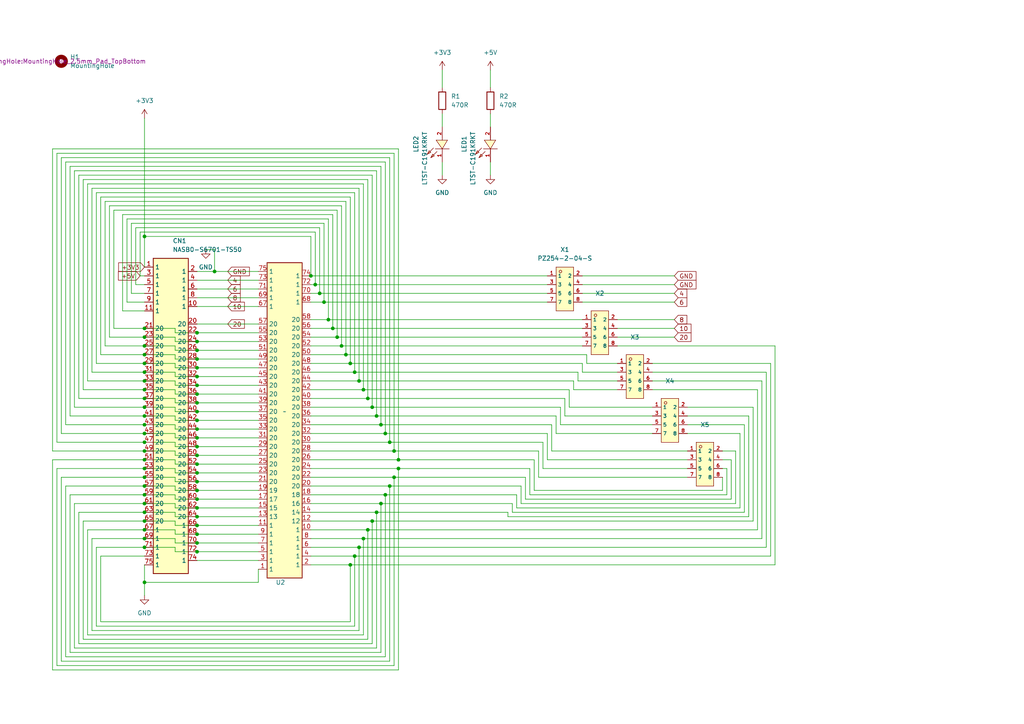
<source format=kicad_sch>
(kicad_sch (version 20230121) (generator eeschema)
  (paper "A4")
  (lib_symbols
    (symbol "Device:R" (pin_numbers hide) (pin_names (offset 0))
      (property "Reference" "R" (at 2.032 0 90))
      (property "Value" "R" (at 0 0 90))
      (symbol "R_0_1"
        (rectangle (start -1.016 -2.54) (end 1.016 2.54) (stroke (width 0.254)))
      )
      (symbol "R_1_1"
        (pin passive line (at 0 3.81 270) (length 1.27) (name "~") (number "1"))
        (pin passive line (at 0 -3.81 90) (length 1.27) (name "~") (number "2"))
      )
    )
    (symbol "JLC:LTST-C191KRKT" (pin_names hide)
      (property "Reference" "LED" (at 0 1.27 0))
      (property "Value" "LTST-C191KRKT" (at 0 -2.54 0))
      (symbol "LTST-C191KRKT_0_1"
        (polyline (pts (xy -2.032 1.524) (xy -3.81 3.302)))
        (polyline (pts (xy -1.27 2.032) (xy -1.27 -2.032)))
        (polyline (pts (xy -1.016 2.54) (xy -2.794 4.318)))
        (polyline (pts (xy -3.81 3.302) (xy -2.794 2.794) (xy -3.302 2.286) (xy -3.81 3.302)) (fill (type background)))
        (polyline (pts (xy -2.794 4.318) (xy -1.778 3.81) (xy -2.286 3.302) (xy -2.794 4.318)) (fill (type background)))
        (polyline (pts (xy 1.27 -1.524) (xy -1.27 0) (xy 1.27 1.778) (xy 1.27 -1.524)) (fill (type background)))
        (pin unspecified line (at -5.08 0 0) (length 3.81) (name "-") (number "1"))
        (pin unspecified line (at 5.08 0 180) (length 3.81) (name "+") (number "2"))
      )
    )
    (symbol "JLC:PZ254-2-04-S"
      (property "Reference" "H" (at 0 1.27 0))
      (property "Value" "PZ254-2-04-S" (at 0 -2.54 0))
      (symbol "PZ254-2-04-S_0_1"
        (rectangle (start -2.54 6.35) (end 2.54 -6.35) (fill (type background)))
        (circle (center -1.27 5.08) (radius 0.381) (fill (type background)))
        (pin unspecified line (at -5.08 3.81 0) (length 2.54) (name "1") (number "1"))
        (pin unspecified line (at 5.08 3.81 180) (length 2.54) (name "2") (number "2"))
        (pin unspecified line (at -5.08 1.27 0) (length 2.54) (name "3") (number "3"))
        (pin unspecified line (at 5.08 1.27 180) (length 2.54) (name "4") (number "4"))
        (pin unspecified line (at -5.08 -1.27 0) (length 2.54) (name "5") (number "5"))
        (pin unspecified line (at 5.08 -1.27 180) (length 2.54) (name "6") (number "6"))
        (pin unspecified line (at -5.08 -3.81 0) (length 2.54) (name "7") (number "7"))
        (pin unspecified line (at 5.08 -3.81 180) (length 2.54) (name "8") (number "8"))
      )
    )
    (symbol "JLC_parts:NASB0-S6701-TS50"
      (property "Reference" "CN" (at 0 1.27 0))
      (property "Value" "NASB0-S6701-TS50" (at 0 -2.54 0))
      (symbol "NASB0-S6701-TS50_0_1"
        (rectangle (start -3.81 48.26) (end 6.35 -43.18) (stroke (width 0.254)) (fill (type background)))
      )
      (symbol "NASB0-S6701-TS50_1_1"
        (pin input line (at -6.35 45.72 0) (length 2.54) (name "1") (number "1"))
        (pin input line (at 8.89 34.29 180) (length 2.54) (name "1") (number "10"))
        (pin input line (at -6.35 33.02 0) (length 2.54) (name "1") (number "11"))
        (pin input line (at 8.89 44.45 180) (length 2.54) (name "1") (number "2"))
        (pin input line (at 8.89 29.21 180) (length 2.54) (name "20") (number "20"))
        (pin input line (at -6.35 27.94 0) (length 2.54) (name "20") (number "21"))
        (pin input line (at 8.89 26.67 180) (length 2.54) (name "20") (number "22"))
        (pin input line (at -6.35 25.4 0) (length 2.54) (name "20") (number "23"))
        (pin input line (at 8.89 24.13 180) (length 2.54) (name "20") (number "24"))
        (pin input line (at -6.35 22.86 0) (length 2.54) (name "20") (number "25"))
        (pin input line (at 8.89 21.59 180) (length 2.54) (name "20") (number "26"))
        (pin input line (at -6.35 20.32 0) (length 2.54) (name "20") (number "27"))
        (pin input line (at 8.89 19.05 180) (length 2.54) (name "20") (number "28"))
        (pin input line (at -6.35 17.78 0) (length 2.54) (name "20") (number "29"))
        (pin input line (at -6.35 43.18 0) (length 2.54) (name "1") (number "3"))
        (pin input line (at 8.89 16.51 180) (length 2.54) (name "20") (number "30"))
        (pin input line (at -6.35 15.24 0) (length 2.54) (name "20") (number "31"))
        (pin input line (at 8.89 13.97 180) (length 2.54) (name "20") (number "32"))
        (pin input line (at -6.35 12.7 0) (length 2.54) (name "20") (number "33"))
        (pin input line (at 8.89 11.43 180) (length 2.54) (name "20") (number "34"))
        (pin input line (at -6.35 10.16 0) (length 2.54) (name "20") (number "35"))
        (pin input line (at 8.89 8.89 180) (length 2.54) (name "20") (number "36"))
        (pin input line (at -6.35 7.62 0) (length 2.54) (name "20") (number "37"))
        (pin input line (at 8.89 6.35 180) (length 2.54) (name "20") (number "38"))
        (pin input line (at -6.35 5.08 0) (length 2.54) (name "20") (number "39"))
        (pin input line (at 8.89 41.91 180) (length 2.54) (name "1") (number "4"))
        (pin input line (at 8.89 3.81 180) (length 2.54) (name "20") (number "40"))
        (pin input line (at -6.35 2.54 0) (length 2.54) (name "20") (number "41"))
        (pin input line (at 8.89 1.27 180) (length 2.54) (name "20") (number "42"))
        (pin input line (at -6.35 0 0) (length 2.54) (name "20") (number "43"))
        (pin input line (at 8.89 -1.27 180) (length 2.54) (name "20") (number "44"))
        (pin input line (at -6.35 -2.54 0) (length 2.54) (name "20") (number "45"))
        (pin input line (at 8.89 -3.81 180) (length 2.54) (name "20") (number "46"))
        (pin input line (at -6.35 -5.08 0) (length 2.54) (name "20") (number "47"))
        (pin input line (at 8.89 -6.35 180) (length 2.54) (name "20") (number "48"))
        (pin input line (at -6.35 -7.62 0) (length 2.54) (name "20") (number "49"))
        (pin input line (at -6.35 40.64 0) (length 2.54) (name "1") (number "5"))
        (pin input line (at 8.89 -8.89 180) (length 2.54) (name "20") (number "50"))
        (pin input line (at -6.35 -10.16 0) (length 2.54) (name "20") (number "51"))
        (pin input line (at 8.89 -11.43 180) (length 2.54) (name "20") (number "52"))
        (pin input line (at -6.35 -12.7 0) (length 2.54) (name "20") (number "53"))
        (pin input line (at 8.89 -13.97 180) (length 2.54) (name "20") (number "54"))
        (pin input line (at -6.35 -15.24 0) (length 2.54) (name "20") (number "55"))
        (pin input line (at 8.89 -16.51 180) (length 2.54) (name "20") (number "56"))
        (pin input line (at -6.35 -17.78 0) (length 2.54) (name "20") (number "57"))
        (pin input line (at 8.89 -19.05 180) (length 2.54) (name "20") (number "58"))
        (pin input line (at -6.35 -20.32 0) (length 2.54) (name "20") (number "59"))
        (pin input line (at 8.89 39.37 180) (length 2.54) (name "1") (number "6"))
        (pin input line (at 8.89 -21.59 180) (length 2.54) (name "20") (number "60"))
        (pin input line (at -6.35 -22.86 0) (length 2.54) (name "20") (number "61"))
        (pin input line (at 8.89 -24.13 180) (length 2.54) (name "20") (number "62"))
        (pin input line (at -6.35 -25.4 0) (length 2.54) (name "20") (number "63"))
        (pin input line (at 8.89 -26.67 180) (length 2.54) (name "20") (number "64"))
        (pin input line (at -6.35 -27.94 0) (length 2.54) (name "20") (number "65"))
        (pin input line (at 8.89 -29.21 180) (length 2.54) (name "1") (number "66"))
        (pin input line (at -6.35 -30.48 0) (length 2.54) (name "1") (number "67"))
        (pin input line (at 8.89 -31.75 180) (length 2.54) (name "1") (number "68"))
        (pin input line (at -6.35 -33.02 0) (length 2.54) (name "1") (number "69"))
        (pin input line (at -6.35 38.1 0) (length 2.54) (name "1") (number "7"))
        (pin input line (at 8.89 -34.29 180) (length 2.54) (name "1") (number "70"))
        (pin input line (at -6.35 -35.56 0) (length 2.54) (name "1") (number "71"))
        (pin input line (at 8.89 -36.83 180) (length 2.54) (name "1") (number "72"))
        (pin input line (at -6.35 -38.1 0) (length 2.54) (name "1") (number "73"))
        (pin input line (at 8.89 -39.37 180) (length 2.54) (name "1") (number "74"))
        (pin input line (at -6.35 -40.64 0) (length 2.54) (name "1") (number "75"))
        (pin input line (at 8.89 36.83 180) (length 2.54) (name "1") (number "8"))
        (pin input line (at -6.35 35.56 0) (length 2.54) (name "1") (number "9"))
      )
    )
    (symbol "JLC_parts:m.2_M_edge_fingers"
      (property "Reference" "U" (at 0 -7.62 0))
      (symbol "m.2_M_edge_fingers_0_1"
        (rectangle (start -5.08 48.26) (end 5.08 -43.18) (stroke (width 0.254)) (fill (type background)))
      )
      (symbol "m.2_M_edge_fingers_1_1"
        (pin input line (at -7.62 45.72 0) (length 2.54) (name "1") (number "1"))
        (pin input line (at 7.62 34.29 180) (length 2.54) (name "1") (number "10"))
        (pin input line (at -7.62 33.02 0) (length 2.54) (name "1") (number "11"))
        (pin input line (at 7.62 31.75 180) (length 2.54) (name "12") (number "12"))
        (pin input line (at -7.62 30.48 0) (length 2.54) (name "13") (number "13"))
        (pin input line (at 7.62 29.21 180) (length 2.54) (name "14") (number "14"))
        (pin input line (at -7.62 27.94 0) (length 2.54) (name "15") (number "15"))
        (pin input line (at 7.62 26.67 180) (length 2.54) (name "16") (number "16"))
        (pin input line (at -7.62 25.4 0) (length 2.54) (name "17") (number "17"))
        (pin input line (at 7.62 24.13 180) (length 2.54) (name "18") (number "18"))
        (pin input line (at -7.62 22.86 0) (length 2.54) (name "19") (number "19"))
        (pin input line (at 7.62 44.45 180) (length 2.54) (name "1") (number "2"))
        (pin input line (at 7.62 21.59 180) (length 2.54) (name "20") (number "20"))
        (pin input line (at -7.62 20.32 0) (length 2.54) (name "20") (number "21"))
        (pin input line (at 7.62 19.05 180) (length 2.54) (name "20") (number "22"))
        (pin input line (at -7.62 17.78 0) (length 2.54) (name "20") (number "23"))
        (pin input line (at 7.62 16.51 180) (length 2.54) (name "20") (number "24"))
        (pin input line (at -7.62 15.24 0) (length 2.54) (name "20") (number "25"))
        (pin input line (at 7.62 13.97 180) (length 2.54) (name "20") (number "26"))
        (pin input line (at -7.62 12.7 0) (length 2.54) (name "20") (number "27"))
        (pin input line (at 7.62 11.43 180) (length 2.54) (name "20") (number "28"))
        (pin input line (at -7.62 10.16 0) (length 2.54) (name "20") (number "29"))
        (pin input line (at -7.62 43.18 0) (length 2.54) (name "1") (number "3"))
        (pin input line (at 7.62 8.89 180) (length 2.54) (name "20") (number "30"))
        (pin input line (at -7.62 7.62 0) (length 2.54) (name "20") (number "31"))
        (pin input line (at 7.62 6.35 180) (length 2.54) (name "20") (number "32"))
        (pin input line (at -7.62 5.08 0) (length 2.54) (name "20") (number "33"))
        (pin input line (at 7.62 3.81 180) (length 2.54) (name "20") (number "34"))
        (pin input line (at -7.62 2.54 0) (length 2.54) (name "20") (number "35"))
        (pin input line (at 7.62 1.27 180) (length 2.54) (name "20") (number "36"))
        (pin input line (at -7.62 0 0) (length 2.54) (name "20") (number "37"))
        (pin input line (at 7.62 -1.27 180) (length 2.54) (name "20") (number "38"))
        (pin input line (at -7.62 -2.54 0) (length 2.54) (name "20") (number "39"))
        (pin input line (at 7.62 41.91 180) (length 2.54) (name "1") (number "4"))
        (pin input line (at 7.62 -3.81 180) (length 2.54) (name "20") (number "40"))
        (pin input line (at -7.62 -5.08 0) (length 2.54) (name "20") (number "41"))
        (pin input line (at 7.62 -6.35 180) (length 2.54) (name "20") (number "42"))
        (pin input line (at -7.62 -7.62 0) (length 2.54) (name "20") (number "43"))
        (pin input line (at 7.62 -8.89 180) (length 2.54) (name "20") (number "44"))
        (pin input line (at -7.62 -10.16 0) (length 2.54) (name "20") (number "45"))
        (pin input line (at 7.62 -11.43 180) (length 2.54) (name "20") (number "46"))
        (pin input line (at -7.62 -12.7 0) (length 2.54) (name "20") (number "47"))
        (pin input line (at 7.62 -13.97 180) (length 2.54) (name "20") (number "48"))
        (pin input line (at -7.62 -15.24 0) (length 2.54) (name "20") (number "49"))
        (pin input line (at -7.62 40.64 0) (length 2.54) (name "1") (number "5"))
        (pin input line (at 7.62 -16.51 180) (length 2.54) (name "20") (number "50"))
        (pin input line (at -7.62 -17.78 0) (length 2.54) (name "20") (number "51"))
        (pin input line (at 7.62 -19.05 180) (length 2.54) (name "20") (number "52"))
        (pin input line (at -7.62 -20.32 0) (length 2.54) (name "20") (number "53"))
        (pin input line (at 7.62 -21.59 180) (length 2.54) (name "20") (number "54"))
        (pin input line (at -7.62 -22.86 0) (length 2.54) (name "20") (number "55"))
        (pin input line (at 7.62 -24.13 180) (length 2.54) (name "20") (number "56"))
        (pin input line (at -7.62 -25.4 0) (length 2.54) (name "20") (number "57"))
        (pin input line (at 7.62 -26.67 180) (length 2.54) (name "20") (number "58"))
        (pin input line (at 7.62 39.37 180) (length 2.54) (name "1") (number "6"))
        (pin input line (at -7.62 -30.48 0) (length 2.54) (name "1") (number "67"))
        (pin input line (at 7.62 -31.75 180) (length 2.54) (name "1") (number "68"))
        (pin input line (at -7.62 -33.02 0) (length 2.54) (name "1") (number "69"))
        (pin input line (at -7.62 38.1 0) (length 2.54) (name "1") (number "7"))
        (pin input line (at 7.62 -34.29 180) (length 2.54) (name "1") (number "70"))
        (pin input line (at -7.62 -35.56 0) (length 2.54) (name "1") (number "71"))
        (pin input line (at 7.62 -36.83 180) (length 2.54) (name "1") (number "72"))
        (pin input line (at -7.62 -38.1 0) (length 2.54) (name "1") (number "73"))
        (pin input line (at 7.62 -39.37 180) (length 2.54) (name "1") (number "74"))
        (pin input line (at -7.62 -40.64 0) (length 2.54) (name "1") (number "75"))
        (pin input line (at 7.62 36.83 180) (length 2.54) (name "1") (number "8"))
        (pin input line (at -7.62 35.56 0) (length 2.54) (name "1") (number "9"))
      )
    )
    (symbol "Mechanical:MountingHole" (pin_names (offset 1.016))
      (property "Reference" "H" (at 0 5.08 0))
      (property "Value" "MountingHole" (at 0 3.175 0))
      (symbol "MountingHole_0_1"
        (circle (center 0 0) (radius 1.27) (stroke (width 1.27)))
      )
    )
    (symbol "power:+3V3" (power) (pin_names (offset 0))
      (property "Value" "+3V3" (at 0 3.556 0))
      (symbol "+3V3_0_1"
        (polyline (pts (xy -0.762 1.27) (xy 0 2.54)))
        (polyline (pts (xy 0 0) (xy 0 2.54)))
        (polyline (pts (xy 0 2.54) (xy 0.762 1.27)))
      )
      (symbol "+3V3_1_1"
        (pin power_in line (at 0 0 90) (length 0) hide (name "+3V3") (number "1"))
      )
    )
    (symbol "power:+5V" (power) (pin_names (offset 0))
      (property "Value" "+5V" (at 0 3.556 0))
      (symbol "+5V_0_1"
        (polyline (pts (xy -0.762 1.27) (xy 0 2.54)))
        (polyline (pts (xy 0 0) (xy 0 2.54)))
        (polyline (pts (xy 0 2.54) (xy 0.762 1.27)))
      )
      (symbol "+5V_1_1"
        (pin power_in line (at 0 0 90) (length 0) hide (name "+5V") (number "1"))
      )
    )
    (symbol "power:GND" (power) (pin_names (offset 0))
      (property "Value" "GND" (at 0 -3.81 0))
      (symbol "GND_0_1"
        (polyline (pts (xy 0 0) (xy 0 -1.27) (xy 1.27 -1.27) (xy 0 -2.54) (xy -1.27 -1.27) (xy 0 -1.27)))
      )
      (symbol "GND_1_1"
        (pin power_in line (at 0 0 270) (length 0) hide (name "GND") (number "1"))
      )
    )
  )
  (junction (at 41.91 156.21))
  (junction (at 115.57 133.35))
  (junction (at 57.15 134.62))
  (junction (at 96.52 95.25))
  (junction (at 109.22 148.59))
  (junction (at 41.91 113.03))
  (junction (at 57.15 157.48))
  (junction (at 57.15 96.52))
  (junction (at 102.87 107.95))
  (junction (at 111.76 125.73))
  (junction (at 114.3 130.81))
  (junction (at 57.15 160.02))
  (junction (at 57.15 104.14))
  (junction (at 57.15 114.3))
  (junction (at 57.15 152.4))
  (junction (at 41.91 68.58))
  (junction (at 57.15 109.22))
  (junction (at 41.91 107.95))
  (junction (at 57.15 137.16))
  (junction (at 57.15 129.54))
  (junction (at 113.03 140.97))
  (junction (at 41.91 133.35))
  (junction (at 92.71 85.09))
  (junction (at 57.15 111.76))
  (junction (at 110.49 123.19))
  (junction (at 99.06 100.33))
  (junction (at 95.25 92.71))
  (junction (at 41.91 97.79))
  (junction (at 57.15 116.84))
  (junction (at 41.91 143.51))
  (junction (at 57.15 124.46))
  (junction (at 57.15 132.08))
  (junction (at 57.15 127))
  (junction (at 41.91 158.75))
  (junction (at 93.98 87.63))
  (junction (at 105.41 113.03))
  (junction (at 57.15 149.86))
  (junction (at 41.91 105.41))
  (junction (at 113.03 128.27))
  (junction (at 41.91 95.25))
  (junction (at 41.91 138.43))
  (junction (at 57.15 99.06))
  (junction (at 111.76 143.51))
  (junction (at 62.23 78.74))
  (junction (at 41.91 100.33))
  (junction (at 102.87 161.29))
  (junction (at 105.41 156.21))
  (junction (at 41.91 118.11))
  (junction (at 57.15 154.94))
  (junction (at 101.6 105.41))
  (junction (at 57.15 139.7))
  (junction (at 91.44 82.55))
  (junction (at 41.91 128.27))
  (junction (at 101.6 163.83))
  (junction (at 114.3 138.43))
  (junction (at 57.15 147.32))
  (junction (at 100.33 102.87))
  (junction (at 90.17 80.01))
  (junction (at 57.15 106.68))
  (junction (at 110.49 146.05))
  (junction (at 41.91 102.87))
  (junction (at 57.15 144.78))
  (junction (at 57.15 142.24))
  (junction (at 107.95 118.11))
  (junction (at 97.79 97.79))
  (junction (at 41.91 130.81))
  (junction (at 57.15 119.38))
  (junction (at 41.91 135.89))
  (junction (at 57.15 121.92))
  (junction (at 41.91 125.73))
  (junction (at 106.68 153.67))
  (junction (at 41.91 168.91))
  (junction (at 41.91 115.57))
  (junction (at 41.91 146.05))
  (junction (at 41.91 123.19))
  (junction (at 41.91 148.59))
  (junction (at 115.57 135.89))
  (junction (at 41.91 153.67))
  (junction (at 41.91 110.49))
  (junction (at 57.15 101.6))
  (junction (at 41.91 151.13))
  (junction (at 104.14 158.75))
  (junction (at 106.68 115.57))
  (junction (at 41.91 140.97))
  (junction (at 107.95 151.13))
  (junction (at 41.91 120.65))
  (junction (at 104.14 110.49))
  (junction (at 109.22 120.65))
  (wire (pts (xy 41.91 102.87) (xy 50.8 102.87)))
  (wire (pts (xy 163.83 115.57) (xy 163.83 120.65)))
  (wire (pts (xy 110.49 123.19) (xy 110.49 48.26)))
  (wire (pts (xy 158.75 133.35) (xy 199.39 133.35)))
  (wire (pts (xy 219.71 153.67) (xy 219.71 113.03)))
  (wire (pts (xy 105.41 53.34) (xy 25.4 53.34)))
  (wire (pts (xy 41.91 105.41) (xy 27.94 105.41)))
  (wire (pts (xy 195.58 87.63) (xy 168.91 87.63)))
  (wire (pts (xy 214.63 125.73) (xy 199.39 125.73)))
  (wire (pts (xy 165.1 113.03) (xy 165.1 118.11)))
  (wire (pts (xy 41.91 138.43) (xy 50.8 138.43)))
  (wire (pts (xy 195.58 82.55) (xy 168.91 82.55)))
  (wire (pts (xy 41.91 125.73) (xy 50.8 125.73)))
  (wire (pts (xy 148.59 146.05) (xy 148.59 148.59)))
  (wire (pts (xy 90.17 128.27) (xy 113.03 128.27)))
  (wire (pts (xy 50.8 119.38) (xy 57.15 119.38)))
  (wire (pts (xy 50.8 127) (xy 57.15 127)))
  (wire (pts (xy 168.91 80.01) (xy 195.58 80.01)))
  (wire (pts (xy 50.8 107.95) (xy 50.8 109.22)))
  (wire (pts (xy 106.68 115.57) (xy 163.83 115.57)))
  (wire (pts (xy 41.91 151.13) (xy 50.8 151.13)))
  (wire (pts (xy 57.15 147.32) (xy 74.93 147.32)))
  (wire (pts (xy 50.8 135.89) (xy 50.8 137.16)))
  (wire (pts (xy 209.55 142.24) (xy 209.55 138.43)))
  (wire (pts (xy 100.33 102.87) (xy 170.18 102.87)))
  (wire (pts (xy 101.6 105.41) (xy 168.91 105.41)))
  (wire (pts (xy 115.57 135.89) (xy 153.67 135.89)))
  (wire (pts (xy 57.15 154.94) (xy 74.93 154.94)))
  (wire (pts (xy 41.91 100.33) (xy 50.8 100.33)))
  (wire (pts (xy 151.13 146.05) (xy 151.13 140.97)))
  (wire (pts (xy 107.95 151.13) (xy 107.95 186.69)))
  (wire (pts (xy 101.6 57.15) (xy 29.21 57.15)))
  (wire (pts (xy 105.41 113.03) (xy 105.41 53.34)))
  (wire (pts (xy 90.17 153.67) (xy 106.68 153.67)))
  (wire (pts (xy 41.91 100.33) (xy 30.48 100.33)))
  (wire (pts (xy 102.87 161.29) (xy 223.52 161.29)))
  (wire (pts (xy 50.8 140.97) (xy 50.8 142.24)))
  (wire (pts (xy 41.91 156.21) (xy 50.8 156.21)))
  (wire (pts (xy 50.8 133.35) (xy 50.8 134.62)))
  (wire (pts (xy 50.8 106.68) (xy 57.15 106.68)))
  (wire (pts (xy 29.21 57.15) (xy 29.21 102.87)))
  (wire (pts (xy 218.44 118.11) (xy 199.39 118.11)))
  (wire (pts (xy 41.91 77.47) (xy 41.91 68.58)))
  (wire (pts (xy 20.32 48.26) (xy 20.32 120.65)))
  (wire (pts (xy 57.15 149.86) (xy 74.93 149.86)))
  (wire (pts (xy 41.91 118.11) (xy 21.59 118.11)))
  (wire (pts (xy 109.22 187.96) (xy 109.22 148.59)))
  (wire (pts (xy 41.91 146.05) (xy 21.59 146.05)))
  (wire (pts (xy 213.36 130.81) (xy 213.36 146.05)))
  (wire (pts (xy 93.98 64.77) (xy 38.1 64.77)))
  (wire (pts (xy 50.8 148.59) (xy 50.8 149.86)))
  (wire (pts (xy 106.68 115.57) (xy 106.68 52.07)))
  (wire (pts (xy 57.15 119.38) (xy 74.93 119.38)))
  (wire (pts (xy 50.8 124.46) (xy 57.15 124.46)))
  (wire (pts (xy 41.91 146.05) (xy 50.8 146.05)))
  (wire (pts (xy 167.64 107.95) (xy 167.64 110.49)))
  (wire (pts (xy 142.24 46.99) (xy 142.24 50.8)))
  (wire (pts (xy 109.22 148.59) (xy 147.32 148.59)))
  (wire (pts (xy 156.21 130.81) (xy 156.21 138.43)))
  (wire (pts (xy 41.91 107.95) (xy 50.8 107.95)))
  (wire (pts (xy 50.8 96.52) (xy 57.15 96.52)))
  (wire (pts (xy 41.91 80.01) (xy 40.64 80.01)))
  (wire (pts (xy 101.6 163.83) (xy 224.79 163.83)))
  (wire (pts (xy 102.87 107.95) (xy 90.17 107.95)))
  (wire (pts (xy 50.8 116.84) (xy 57.15 116.84)))
  (wire (pts (xy 168.91 107.95) (xy 179.07 107.95)))
  (wire (pts (xy 57.15 134.62) (xy 74.93 134.62)))
  (wire (pts (xy 92.71 66.04) (xy 92.71 85.09)))
  (wire (pts (xy 24.13 185.42) (xy 106.68 185.42)))
  (wire (pts (xy 41.91 120.65) (xy 50.8 120.65)))
  (wire (pts (xy 57.15 109.22) (xy 74.93 109.22)))
  (wire (pts (xy 57.15 137.16) (xy 74.93 137.16)))
  (wire (pts (xy 15.24 194.31) (xy 115.57 194.31)))
  (wire (pts (xy 148.59 148.59) (xy 215.9 148.59)))
  (wire (pts (xy 57.15 111.76) (xy 74.93 111.76)))
  (wire (pts (xy 50.8 134.62) (xy 57.15 134.62)))
  (wire (pts (xy 109.22 120.65) (xy 161.29 120.65)))
  (wire (pts (xy 50.8 109.22) (xy 57.15 109.22)))
  (wire (pts (xy 128.27 25.4) (xy 128.27 20.32)))
  (wire (pts (xy 41.91 133.35) (xy 15.24 133.35)))
  (wire (pts (xy 50.8 123.19) (xy 50.8 124.46)))
  (wire (pts (xy 115.57 133.35) (xy 115.57 43.18)))
  (wire (pts (xy 110.49 189.23) (xy 20.32 189.23)))
  (wire (pts (xy 50.8 101.6) (xy 57.15 101.6)))
  (wire (pts (xy 50.8 125.73) (xy 50.8 127)))
  (wire (pts (xy 93.98 87.63) (xy 93.98 64.77)))
  (wire (pts (xy 15.24 43.18) (xy 15.24 130.81)))
  (wire (pts (xy 90.17 80.01) (xy 158.75 80.01)))
  (wire (pts (xy 57.15 93.98) (xy 74.93 93.98)))
  (wire (pts (xy 90.17 143.51) (xy 111.76 143.51)))
  (wire (pts (xy 29.21 102.87) (xy 41.91 102.87)))
  (wire (pts (xy 90.17 125.73) (xy 111.76 125.73)))
  (wire (pts (xy 107.95 118.11) (xy 162.56 118.11)))
  (wire (pts (xy 17.78 138.43) (xy 17.78 191.77)))
  (wire (pts (xy 50.8 110.49) (xy 50.8 111.76)))
  (wire (pts (xy 57.15 162.56) (xy 74.93 162.56)))
  (wire (pts (xy 213.36 146.05) (xy 151.13 146.05)))
  (wire (pts (xy 107.95 50.8) (xy 22.86 50.8)))
  (wire (pts (xy 90.17 95.25) (xy 96.52 95.25)))
  (wire (pts (xy 41.91 123.19) (xy 19.05 123.19)))
  (wire (pts (xy 115.57 133.35) (xy 154.94 133.35)))
  (wire (pts (xy 90.17 100.33) (xy 99.06 100.33)))
  (wire (pts (xy 50.8 99.06) (xy 57.15 99.06)))
  (wire (pts (xy 50.8 157.48) (xy 57.15 157.48)))
  (wire (pts (xy 113.03 128.27) (xy 113.03 45.72)))
  (wire (pts (xy 41.91 161.29) (xy 29.21 161.29)))
  (wire (pts (xy 30.48 58.42) (xy 100.33 58.42)))
  (wire (pts (xy 57.15 116.84) (xy 74.93 116.84)))
  (wire (pts (xy 50.8 154.94) (xy 57.15 154.94)))
  (wire (pts (xy 106.68 52.07) (xy 24.13 52.07)))
  (wire (pts (xy 195.58 92.71) (xy 179.07 92.71)))
  (wire (pts (xy 50.8 138.43) (xy 50.8 139.7)))
  (wire (pts (xy 105.41 113.03) (xy 165.1 113.03)))
  (wire (pts (xy 50.8 120.65) (xy 50.8 121.92)))
  (wire (pts (xy 41.91 68.58) (xy 90.17 68.58)))
  (wire (pts (xy 95.25 92.71) (xy 168.91 92.71)))
  (wire (pts (xy 166.37 113.03) (xy 179.07 113.03)))
  (wire (pts (xy 41.91 156.21) (xy 26.67 156.21)))
  (wire (pts (xy 96.52 95.25) (xy 168.91 95.25)))
  (wire (pts (xy 41.91 151.13) (xy 24.13 151.13)))
  (wire (pts (xy 113.03 45.72) (xy 17.78 45.72)))
  (wire (pts (xy 41.91 87.63) (xy 36.83 87.63)))
  (wire (pts (xy 50.8 114.3) (xy 57.15 114.3)))
  (wire (pts (xy 212.09 133.35) (xy 209.55 133.35)))
  (wire (pts (xy 19.05 190.5) (xy 19.05 140.97)))
  (wire (pts (xy 149.86 143.51) (xy 149.86 147.32)))
  (wire (pts (xy 210.82 135.89) (xy 210.82 143.51)))
  (wire (pts (xy 113.03 140.97) (xy 151.13 140.97)))
  (wire (pts (xy 209.55 130.81) (xy 213.36 130.81)))
  (wire (pts (xy 16.51 135.89) (xy 41.91 135.89)))
  (wire (pts (xy 22.86 115.57) (xy 41.91 115.57)))
  (wire (pts (xy 62.23 72.39) (xy 59.69 72.39)))
  (wire (pts (xy 102.87 107.95) (xy 167.64 107.95)))
  (wire (pts (xy 50.8 95.25) (xy 50.8 96.52)))
  (wire (pts (xy 39.37 66.04) (xy 92.71 66.04)))
  (wire (pts (xy 218.44 151.13) (xy 218.44 118.11)))
  (wire (pts (xy 154.94 142.24) (xy 209.55 142.24)))
  (wire (pts (xy 90.17 113.03) (xy 105.41 113.03)))
  (wire (pts (xy 57.15 81.28) (xy 74.93 81.28)))
  (wire (pts (xy 57.15 157.48) (xy 74.93 157.48)))
  (wire (pts (xy 50.8 105.41) (xy 50.8 106.68)))
  (wire (pts (xy 21.59 49.53) (xy 109.22 49.53)))
  (wire (pts (xy 19.05 123.19) (xy 19.05 46.99)))
  (wire (pts (xy 26.67 54.61) (xy 104.14 54.61)))
  (wire (pts (xy 50.8 102.87) (xy 50.8 104.14)))
  (wire (pts (xy 41.91 107.95) (xy 26.67 107.95)))
  (wire (pts (xy 90.17 148.59) (xy 109.22 148.59)))
  (wire (pts (xy 156.21 138.43) (xy 199.39 138.43)))
  (wire (pts (xy 41.91 82.55) (xy 39.37 82.55)))
  (wire (pts (xy 92.71 85.09) (xy 90.17 85.09)))
  (wire (pts (xy 170.18 105.41) (xy 170.18 102.87)))
  (wire (pts (xy 91.44 82.55) (xy 90.17 82.55)))
  (wire (pts (xy 50.8 152.4) (xy 57.15 152.4)))
  (wire (pts (xy 21.59 187.96) (xy 109.22 187.96)))
  (wire (pts (xy 24.13 113.03) (xy 41.91 113.03)))
  (wire (pts (xy 167.64 110.49) (xy 179.07 110.49)))
  (wire (pts (xy 109.22 49.53) (xy 109.22 120.65)))
  (wire (pts (xy 115.57 194.31) (xy 115.57 135.89)))
  (wire (pts (xy 21.59 118.11) (xy 21.59 49.53)))
  (wire (pts (xy 41.91 115.57) (xy 50.8 115.57)))
  (wire (pts (xy 161.29 120.65) (xy 161.29 125.73)))
  (wire (pts (xy 41.91 168.91) (xy 74.93 168.91)))
  (wire (pts (xy 50.8 158.75) (xy 50.8 160.02)))
  (wire (pts (xy 111.76 190.5) (xy 19.05 190.5)))
  (wire (pts (xy 102.87 161.29) (xy 102.87 181.61)))
  (wire (pts (xy 102.87 181.61) (xy 27.94 181.61)))
  (wire (pts (xy 96.52 62.23) (xy 35.56 62.23)))
  (wire (pts (xy 22.86 50.8) (xy 22.86 115.57)))
  (wire (pts (xy 161.29 125.73) (xy 189.23 125.73)))
  (wire (pts (xy 16.51 128.27) (xy 16.51 44.45)))
  (wire (pts (xy 57.15 104.14) (xy 74.93 104.14)))
  (wire (pts (xy 166.37 110.49) (xy 166.37 113.03)))
  (wire (pts (xy 95.25 92.71) (xy 90.17 92.71)))
  (wire (pts (xy 27.94 55.88) (xy 102.87 55.88)))
  (wire (pts (xy 57.15 144.78) (xy 74.93 144.78)))
  (wire (pts (xy 90.17 161.29) (xy 102.87 161.29)))
  (wire (pts (xy 57.15 124.46) (xy 74.93 124.46)))
  (wire (pts (xy 212.09 144.78) (xy 212.09 133.35)))
  (wire (pts (xy 25.4 153.67) (xy 41.91 153.67)))
  (wire (pts (xy 224.79 163.83) (xy 224.79 100.33)))
  (wire (pts (xy 36.83 63.5) (xy 95.25 63.5)))
  (wire (pts (xy 162.56 123.19) (xy 189.23 123.19)))
  (wire (pts (xy 101.6 105.41) (xy 101.6 57.15)))
  (wire (pts (xy 41.91 133.35) (xy 50.8 133.35)))
  (wire (pts (xy 33.02 60.96) (xy 97.79 60.96)))
  (wire (pts (xy 41.91 110.49) (xy 50.8 110.49)))
  (wire (pts (xy 29.21 180.34) (xy 101.6 180.34)))
  (wire (pts (xy 90.17 140.97) (xy 113.03 140.97)))
  (wire (pts (xy 27.94 158.75) (xy 41.91 158.75)))
  (wire (pts (xy 57.15 152.4) (xy 74.93 152.4)))
  (wire (pts (xy 57.15 83.82) (xy 74.93 83.82)))
  (wire (pts (xy 107.95 186.69) (xy 22.86 186.69)))
  (wire (pts (xy 15.24 130.81) (xy 41.91 130.81)))
  (wire (pts (xy 41.91 113.03) (xy 50.8 113.03)))
  (wire (pts (xy 105.41 156.21) (xy 105.41 184.15)))
  (wire (pts (xy 31.75 97.79) (xy 41.91 97.79)))
  (wire (pts (xy 50.8 113.03) (xy 50.8 114.3)))
  (wire (pts (xy 91.44 82.55) (xy 158.75 82.55)))
  (wire (pts (xy 220.98 110.49) (xy 189.23 110.49)))
  (wire (pts (xy 21.59 146.05) (xy 21.59 187.96)))
  (wire (pts (xy 35.56 90.17) (xy 41.91 90.17)))
  (wire (pts (xy 50.8 143.51) (xy 50.8 144.78)))
  (wire (pts (xy 62.23 78.74) (xy 74.93 78.74)))
  (wire (pts (xy 50.8 142.24) (xy 57.15 142.24)))
  (wire (pts (xy 50.8 118.11) (xy 50.8 119.38)))
  (wire (pts (xy 163.83 120.65) (xy 189.23 120.65)))
  (wire (pts (xy 114.3 193.04) (xy 16.51 193.04)))
  (wire (pts (xy 57.15 142.24) (xy 74.93 142.24)))
  (wire (pts (xy 152.4 138.43) (xy 152.4 144.78)))
  (wire (pts (xy 90.17 156.21) (xy 105.41 156.21)))
  (wire (pts (xy 38.1 85.09) (xy 41.91 85.09)))
  (wire (pts (xy 16.51 193.04) (xy 16.51 135.89)))
  (wire (pts (xy 110.49 146.05) (xy 110.49 189.23)))
  (wire (pts (xy 224.79 100.33) (xy 179.07 100.33)))
  (wire (pts (xy 90.17 123.19) (xy 110.49 123.19)))
  (wire (pts (xy 41.91 168.91) (xy 41.91 172.72)))
  (wire (pts (xy 33.02 95.25) (xy 33.02 60.96)))
  (wire (pts (xy 50.8 104.14) (xy 57.15 104.14)))
  (wire (pts (xy 90.17 87.63) (xy 93.98 87.63)))
  (wire (pts (xy 152.4 144.78) (xy 212.09 144.78)))
  (wire (pts (xy 111.76 143.51) (xy 111.76 190.5)))
  (wire (pts (xy 50.8 111.76) (xy 57.15 111.76)))
  (wire (pts (xy 20.32 143.51) (xy 41.91 143.51)))
  (wire (pts (xy 99.06 59.69) (xy 31.75 59.69)))
  (wire (pts (xy 41.91 105.41) (xy 50.8 105.41)))
  (wire (pts (xy 50.8 100.33) (xy 50.8 101.6)))
  (wire (pts (xy 93.98 87.63) (xy 158.75 87.63)))
  (wire (pts (xy 41.91 140.97) (xy 50.8 140.97)))
  (wire (pts (xy 223.52 105.41) (xy 189.23 105.41)))
  (wire (pts (xy 90.17 151.13) (xy 107.95 151.13)))
  (wire (pts (xy 107.95 151.13) (xy 218.44 151.13)))
  (wire (pts (xy 50.8 130.81) (xy 50.8 132.08)))
  (wire (pts (xy 160.02 130.81) (xy 199.39 130.81)))
  (wire (pts (xy 57.15 132.08) (xy 74.93 132.08)))
  (wire (pts (xy 104.14 110.49) (xy 166.37 110.49)))
  (wire (pts (xy 102.87 55.88) (xy 102.87 107.95)))
  (wire (pts (xy 50.8 147.32) (xy 57.15 147.32)))
  (wire (pts (xy 110.49 123.19) (xy 160.02 123.19)))
  (wire (pts (xy 41.91 34.29) (xy 41.91 68.58)))
  (wire (pts (xy 97.79 97.79) (xy 168.91 97.79)))
  (wire (pts (xy 50.8 97.79) (xy 50.8 99.06)))
  (wire (pts (xy 57.15 127) (xy 74.93 127)))
  (wire (pts (xy 50.8 156.21) (xy 50.8 157.48)))
  (wire (pts (xy 162.56 118.11) (xy 162.56 123.19)))
  (wire (pts (xy 128.27 46.99) (xy 128.27 50.8)))
  (wire (pts (xy 111.76 46.99) (xy 111.76 125.73)))
  (wire (pts (xy 142.24 33.02) (xy 142.24 36.83)))
  (wire (pts (xy 154.94 133.35) (xy 154.94 142.24)))
  (wire (pts (xy 97.79 60.96) (xy 97.79 97.79)))
  (wire (pts (xy 31.75 59.69) (xy 31.75 97.79)))
  (wire (pts (xy 157.48 135.89) (xy 199.39 135.89)))
  (wire (pts (xy 41.91 148.59) (xy 50.8 148.59)))
  (wire (pts (xy 15.24 133.35) (xy 15.24 194.31)))
  (wire (pts (xy 50.8 137.16) (xy 57.15 137.16)))
  (wire (pts (xy 114.3 44.45) (xy 114.3 130.81)))
  (wire (pts (xy 50.8 132.08) (xy 57.15 132.08)))
  (wire (pts (xy 147.32 148.59) (xy 147.32 149.86)))
  (wire (pts (xy 16.51 44.45) (xy 114.3 44.45)))
  (wire (pts (xy 223.52 161.29) (xy 223.52 105.41)))
  (wire (pts (xy 106.68 153.67) (xy 219.71 153.67)))
  (wire (pts (xy 57.15 139.7) (xy 74.93 139.7)))
  (wire (pts (xy 25.4 184.15) (xy 25.4 153.67)))
  (wire (pts (xy 57.15 129.54) (xy 74.93 129.54)))
  (wire (pts (xy 41.91 153.67) (xy 50.8 153.67)))
  (wire (pts (xy 153.67 143.51) (xy 153.67 135.89)))
  (wire (pts (xy 41.91 123.19) (xy 50.8 123.19)))
  (wire (pts (xy 19.05 140.97) (xy 41.91 140.97)))
  (wire (pts (xy 50.8 115.57) (xy 50.8 116.84)))
  (wire (pts (xy 29.21 161.29) (xy 29.21 180.34)))
  (wire (pts (xy 90.17 135.89) (xy 115.57 135.89)))
  (wire (pts (xy 100.33 58.42) (xy 100.33 102.87)))
  (wire (pts (xy 24.13 151.13) (xy 24.13 185.42)))
  (wire (pts (xy 104.14 54.61) (xy 104.14 110.49)))
  (wire (pts (xy 17.78 45.72) (xy 17.78 125.73)))
  (wire (pts (xy 25.4 110.49) (xy 41.91 110.49)))
  (wire (pts (xy 90.17 158.75) (xy 104.14 158.75)))
  (wire (pts (xy 215.9 148.59) (xy 215.9 123.19)))
  (wire (pts (xy 104.14 182.88) (xy 104.14 158.75)))
  (wire (pts (xy 158.75 125.73) (xy 158.75 133.35)))
  (wire (pts (xy 195.58 85.09) (xy 168.91 85.09)))
  (wire (pts (xy 50.8 144.78) (xy 57.15 144.78)))
  (wire (pts (xy 110.49 48.26) (xy 20.32 48.26)))
  (wire (pts (xy 57.15 160.02) (xy 74.93 160.02)))
  (wire (pts (xy 217.17 120.65) (xy 199.39 120.65)))
  (wire (pts (xy 114.3 130.81) (xy 156.21 130.81)))
  (wire (pts (xy 90.17 163.83) (xy 101.6 163.83)))
  (wire (pts (xy 50.8 146.05) (xy 50.8 147.32)))
  (wire (pts (xy 160.02 123.19) (xy 160.02 130.81)))
  (wire (pts (xy 105.41 156.21) (xy 220.98 156.21)))
  (wire (pts (xy 157.48 128.27) (xy 157.48 135.89)))
  (wire (pts (xy 27.94 105.41) (xy 27.94 55.88)))
  (wire (pts (xy 165.1 118.11) (xy 189.23 118.11)))
  (wire (pts (xy 27.94 181.61) (xy 27.94 158.75)))
  (wire (pts (xy 107.95 118.11) (xy 107.95 50.8)))
  (wire (pts (xy 179.07 97.79) (xy 195.58 97.79)))
  (wire (pts (xy 104.14 158.75) (xy 222.25 158.75)))
  (wire (pts (xy 99.06 100.33) (xy 99.06 59.69)))
  (wire (pts (xy 111.76 143.51) (xy 149.86 143.51)))
  (wire (pts (xy 128.27 33.02) (xy 128.27 36.83)))
  (wire (pts (xy 168.91 105.41) (xy 168.91 107.95)))
  (wire (pts (xy 97.79 97.79) (xy 90.17 97.79)))
  (wire (pts (xy 41.91 128.27) (xy 16.51 128.27)))
  (wire (pts (xy 210.82 143.51) (xy 153.67 143.51)))
  (wire (pts (xy 57.15 99.06) (xy 74.93 99.06)))
  (wire (pts (xy 114.3 138.43) (xy 152.4 138.43)))
  (wire (pts (xy 222.25 158.75) (xy 222.25 107.95)))
  (wire (pts (xy 90.17 118.11) (xy 107.95 118.11)))
  (wire (pts (xy 90.17 146.05) (xy 110.49 146.05)))
  (wire (pts (xy 101.6 180.34) (xy 101.6 163.83)))
  (wire (pts (xy 90.17 130.81) (xy 114.3 130.81)))
  (wire (pts (xy 38.1 64.77) (xy 38.1 85.09)))
  (wire (pts (xy 50.8 121.92) (xy 57.15 121.92)))
  (wire (pts (xy 40.64 67.31) (xy 91.44 67.31)))
  (wire (pts (xy 105.41 184.15) (xy 25.4 184.15)))
  (wire (pts (xy 214.63 147.32) (xy 214.63 125.73)))
  (wire (pts (xy 24.13 52.07) (xy 24.13 113.03)))
  (wire (pts (xy 142.24 25.4) (xy 142.24 20.32)))
  (wire (pts (xy 57.15 121.92) (xy 74.93 121.92)))
  (wire (pts (xy 106.68 185.42) (xy 106.68 153.67)))
  (wire (pts (xy 95.25 63.5) (xy 95.25 92.71)))
  (wire (pts (xy 41.91 130.81) (xy 50.8 130.81)))
  (wire (pts (xy 222.25 107.95) (xy 189.23 107.95)))
  (wire (pts (xy 90.17 110.49) (xy 104.14 110.49)))
  (wire (pts (xy 25.4 53.34) (xy 25.4 110.49)))
  (wire (pts (xy 91.44 67.31) (xy 91.44 82.55)))
  (wire (pts (xy 36.83 87.63) (xy 36.83 63.5)))
  (wire (pts (xy 113.03 128.27) (xy 157.48 128.27)))
  (wire (pts (xy 41.91 158.75) (xy 50.8 158.75)))
  (wire (pts (xy 90.17 138.43) (xy 114.3 138.43)))
  (wire (pts (xy 50.8 128.27) (xy 50.8 129.54)))
  (wire (pts (xy 217.17 149.86) (xy 217.17 120.65)))
  (wire (pts (xy 50.8 149.86) (xy 57.15 149.86)))
  (wire (pts (xy 100.33 102.87) (xy 90.17 102.87)))
  (wire (pts (xy 41.91 143.51) (xy 50.8 143.51)))
  (wire (pts (xy 92.71 85.09) (xy 158.75 85.09)))
  (wire (pts (xy 115.57 43.18) (xy 15.24 43.18)))
  (wire (pts (xy 22.86 148.59) (xy 41.91 148.59)))
  (wire (pts (xy 62.23 78.74) (xy 62.23 72.39)))
  (wire (pts (xy 41.91 138.43) (xy 17.78 138.43)))
  (wire (pts (xy 50.8 139.7) (xy 57.15 139.7)))
  (wire (pts (xy 50.8 160.02) (xy 57.15 160.02)))
  (wire (pts (xy 110.49 146.05) (xy 148.59 146.05)))
  (wire (pts (xy 57.15 96.52) (xy 74.93 96.52)))
  (wire (pts (xy 57.15 86.36) (xy 74.93 86.36)))
  (wire (pts (xy 57.15 88.9) (xy 74.93 88.9)))
  (wire (pts (xy 50.8 151.13) (xy 50.8 152.4)))
  (wire (pts (xy 57.15 106.68) (xy 74.93 106.68)))
  (wire (pts (xy 90.17 120.65) (xy 109.22 120.65)))
  (wire (pts (xy 215.9 123.19) (xy 199.39 123.19)))
  (wire (pts (xy 26.67 156.21) (xy 26.67 182.88)))
  (wire (pts (xy 41.91 95.25) (xy 50.8 95.25)))
  (wire (pts (xy 20.32 120.65) (xy 41.91 120.65)))
  (wire (pts (xy 179.07 105.41) (xy 170.18 105.41)))
  (wire (pts (xy 19.05 46.99) (xy 111.76 46.99)))
  (wire (pts (xy 113.03 191.77) (xy 113.03 140.97)))
  (wire (pts (xy 90.17 115.57) (xy 106.68 115.57)))
  (wire (pts (xy 22.86 186.69) (xy 22.86 148.59)))
  (wire (pts (xy 40.64 80.01) (xy 40.64 67.31)))
  (wire (pts (xy 17.78 125.73) (xy 41.91 125.73)))
  (wire (pts (xy 96.52 95.25) (xy 96.52 62.23)))
  (wire (pts (xy 41.91 97.79) (xy 50.8 97.79)))
  (wire (pts (xy 219.71 113.03) (xy 189.23 113.03)))
  (wire (pts (xy 41.91 118.11) (xy 50.8 118.11)))
  (wire (pts (xy 41.91 135.89) (xy 50.8 135.89)))
  (wire (pts (xy 41.91 95.25) (xy 33.02 95.25)))
  (wire (pts (xy 35.56 62.23) (xy 35.56 90.17)))
  (wire (pts (xy 17.78 191.77) (xy 113.03 191.77)))
  (wire (pts (xy 20.32 189.23) (xy 20.32 143.51)))
  (wire (pts (xy 220.98 156.21) (xy 220.98 110.49)))
  (wire (pts (xy 39.37 82.55) (xy 39.37 66.04)))
  (wire (pts (xy 90.17 68.58) (xy 90.17 80.01)))
  (wire (pts (xy 99.06 100.33) (xy 168.91 100.33)))
  (wire (pts (xy 74.93 168.91) (xy 74.93 165.1)))
  (wire (pts (xy 147.32 149.86) (xy 217.17 149.86)))
  (wire (pts (xy 111.76 125.73) (xy 158.75 125.73)))
  (wire (pts (xy 209.55 135.89) (xy 210.82 135.89)))
  (wire (pts (xy 149.86 147.32) (xy 214.63 147.32)))
  (wire (pts (xy 90.17 105.41) (xy 101.6 105.41)))
  (wire (pts (xy 57.15 114.3) (xy 74.93 114.3)))
  (wire (pts (xy 114.3 138.43) (xy 114.3 193.04)))
  (wire (pts (xy 41.91 128.27) (xy 50.8 128.27)))
  (wire (pts (xy 50.8 153.67) (xy 50.8 154.94)))
  (wire (pts (xy 26.67 182.88) (xy 104.14 182.88)))
  (wire (pts (xy 26.67 107.95) (xy 26.67 54.61)))
  (wire (pts (xy 57.15 101.6) (xy 74.93 101.6)))
  (wire (pts (xy 30.48 100.33) (xy 30.48 58.42)))
  (wire (pts (xy 57.15 78.74) (xy 62.23 78.74)))
  (wire (pts (xy 195.58 95.25) (xy 179.07 95.25)))
  (wire (pts (xy 90.17 133.35) (xy 115.57 133.35)))
  (wire (pts (xy 50.8 129.54) (xy 57.15 129.54)))
  (wire (pts (xy 41.91 163.83) (xy 41.91 168.91)))
  (global_label "GND" (shape input) (at 195.58 82.55 0) (property "Intersheetrefs" "${INTERSHEET_REFS}" (effects hide)))
  (global_label "10" (shape input) (at 195.58 95.25 0) (property "Intersheetrefs" "${INTERSHEET_REFS}" (effects hide)))
  (global_label "GND" (shape input) (at 195.58 80.01 0) (property "Intersheetrefs" "${INTERSHEET_REFS}" (effects hide)))
  (global_label "20" (shape input) (at 66.04 93.98 0) (property "Intersheetrefs" "${INTERSHEET_REFS}" (effects hide)))
  (global_label "20" (shape input) (at 195.58 97.79 0) (property "Intersheetrefs" "${INTERSHEET_REFS}" (effects hide)))
  (global_label "4" (shape input) (at 195.58 85.09 0) (property "Intersheetrefs" "${INTERSHEET_REFS}" (effects hide)))
  (global_label "+5V" (shape input) (at 40.64 80.01 180) (property "Intersheetrefs" "${INTERSHEET_REFS}" (effects hide)))
  (global_label "8" (shape input) (at 66.04 86.36 0) (property "Intersheetrefs" "${INTERSHEET_REFS}" (effects hide)))
  (global_label "+3V3" (shape input) (at 41.91 77.47 180) (property "Intersheetrefs" "${INTERSHEET_REFS}" (effects hide)))
  (global_label "6" (shape input) (at 195.58 87.63 0) (property "Intersheetrefs" "${INTERSHEET_REFS}" (effects hide)))
  (global_label "4" (shape input) (at 66.04 81.28 0) (property "Intersheetrefs" "${INTERSHEET_REFS}" (effects hide)))
  (global_label "8" (shape input) (at 195.58 92.71 0) (property "Intersheetrefs" "${INTERSHEET_REFS}" (effects hide)))
  (global_label "10" (shape input) (at 66.04 88.9 0) (property "Intersheetrefs" "${INTERSHEET_REFS}" (effects hide)))
  (global_label "6" (shape input) (at 66.04 83.82 0) (property "Intersheetrefs" "${INTERSHEET_REFS}" (effects hide)))
  (global_label "GND" (shape input) (at 66.04 78.74 0) (property "Intersheetrefs" "${INTERSHEET_REFS}" (effects hide)))
  (symbol (lib_id "JLC_parts:m.2_M_edge_fingers") (at 82.55 119.38 0) (mirror x) (unit 1)
    (property "Reference" "U2" (at 81.3435 168.91 0))
    (property "Value" "~" (at 82.55 119.38 0))
    (property "Footprint" "NGFF:NGFF_M" (effects hide))
  )
  (symbol (lib_id "power:+3V3") (at 41.91 34.29 0) (unit 1)
    (property "Reference" "#PWR09" (effects hide))
    (property "Value" "+3V3" (at 41.91 29.21 0))
  )
  (symbol (lib_id "power:GND") (at 128.27 50.8 0) (unit 1)
    (property "Reference" "#PWR08" (effects hide))
    (property "Value" "GND" (at 128.27 55.88 0))
  )
  (symbol (lib_id "Mechanical:MountingHole") (at 17.78 17.78 0) (unit 1)
    (property "Reference" "H1" (at 20.32 16.51 0) (effects (justify left)))
    (property "Value" "MountingHole" (at 20.32 19.05 0) (effects (justify left)))
    (property "Footprint" "MountingHole:MountingHole_2.5mm_Pad_TopBottom" (at 17.78 17.78 0))
  )
  (symbol (lib_id "Device:R") (at 142.24 29.21 0) (unit 1)
    (property "Reference" "R2" (at 144.78 27.94 0) (effects (justify left)))
    (property "Value" "470R" (at 144.78 30.48 0) (effects (justify left)))
    (property "Footprint" "Resistor_SMD:R_0603_1608Metric" (effects hide))
  )
  (symbol (lib_id "JLC_parts:NASB0-S6701-TS50") (at 48.26 123.19 0) (unit 1)
    (property "Reference" "CN1" (at 50.0809 69.85 0) (effects (justify left)))
    (property "Value" "NASB0-S6701-TS50" (at 50.0809 72.39 0) (effects (justify left)))
    (property "Footprint" "footprint_old:CONN-SMD_67P-P0.50-V_NASB0-S6701-TS50" (effects hide))
    (property "Datasheet" "https://item.szlcsc.com/340992.html" (effects hide))
    (property "LCSC" "C367024" (effects hide))
  )
  (symbol (lib_id "power:GND") (at 142.24 50.8 0) (unit 1)
    (property "Reference" "#PWR03" (effects hide))
    (property "Value" "GND" (at 142.24 55.88 0))
  )
  (symbol (lib_id "JLC:PZ254-2-04-S") (at 184.15 109.22 0) (unit 1)
    (property "Reference" "X3" (at 184.15 97.79 0))
    (property "Value" "PZ254-2-04-S" (effects hide))
    (property "Footprint" "footprint:HDR-SMD_8P-P2.54-V-M-R2-C4-LS7.4" (effects hide))
    (property "Datasheet" "https://atta.szlcsc.com/upload/public/pdf/source/20200909/C780052_82B9C857929F186E17F3DC97B65FB250.pdf" (effects hide))
    (property "LCSC" "C3294462" (effects hide))
  )
  (symbol (lib_id "JLC:PZ254-2-04-S") (at 194.31 121.92 0) (unit 1)
    (property "Reference" "X4" (at 194.31 110.49 0))
    (property "Value" "PZ254-2-04-S" (effects hide))
    (property "Footprint" "footprint:HDR-SMD_8P-P2.54-V-M-R2-C4-LS7.4" (effects hide))
    (property "Datasheet" "https://atta.szlcsc.com/upload/public/pdf/source/20200909/C780052_82B9C857929F186E17F3DC97B65FB250.pdf" (effects hide))
    (property "LCSC" "C3294462" (effects hide))
  )
  (symbol (lib_id "JLC:LTST-C191KRKT") (at 142.24 41.91 90) (unit 1)
    (property "Reference" "LED1" (at 134.62 39.37 0) (effects (justify right)))
    (property "Value" "LTST-C191KRKT" (at 137.16 38.1 0) (effects (justify right)))
    (property "Footprint" "footprints:LED0603-RD" (effects hide))
    (property "Datasheet" "https://item.szlcsc.com/347874.html" (effects hide))
    (property "LCSC" "C125099" (effects hide))
  )
  (symbol (lib_id "JLC:PZ254-2-04-S") (at 173.99 96.52 0) (unit 1)
    (property "Reference" "X2" (at 173.99 85.09 0))
    (property "Value" "PZ254-2-04-S" (effects hide))
    (property "Footprint" "footprint:HDR-SMD_8P-P2.54-V-M-R2-C4-LS7.4" (effects hide))
    (property "Datasheet" "https://atta.szlcsc.com/upload/public/pdf/source/20200909/C780052_82B9C857929F186E17F3DC97B65FB250.pdf" (effects hide))
    (property "LCSC" "C3294462" (effects hide))
  )
  (symbol (lib_id "JLC:PZ254-2-04-S") (at 163.83 83.82 0) (unit 1)
    (property "Reference" "X1" (at 163.83 72.39 0))
    (property "Value" "PZ254-2-04-S" (at 163.83 74.93 0))
    (property "Footprint" "footprint:HDR-SMD_8P-P2.54-V-M-R2-C4-LS7.4" (effects hide))
    (property "Datasheet" "https://atta.szlcsc.com/upload/public/pdf/source/20200909/C780052_82B9C857929F186E17F3DC97B65FB250.pdf" (effects hide))
    (property "LCSC" "C3294462" (effects hide))
  )
  (symbol (lib_id "power:+3V3") (at 128.27 20.32 0) (unit 1)
    (property "Reference" "#PWR07" (effects hide))
    (property "Value" "+3V3" (at 128.27 15.24 0))
  )
  (symbol (lib_id "power:+5V") (at 142.24 20.32 0) (unit 1)
    (property "Reference" "#PWR04" (effects hide))
    (property "Value" "+5V" (at 142.24 15.24 0))
  )
  (symbol (lib_id "JLC:LTST-C191KRKT") (at 128.27 41.91 90) (unit 1)
    (property "Reference" "LED2" (at 120.65 39.37 0) (effects (justify right)))
    (property "Value" "LTST-C191KRKT" (at 123.19 38.1 0) (effects (justify right)))
    (property "Footprint" "footprints:LED0603-RD" (effects hide))
    (property "Datasheet" "https://item.szlcsc.com/347874.html" (effects hide))
    (property "LCSC" "C125099" (effects hide))
  )
  (symbol (lib_id "power:GND") (at 59.69 72.39 0) (unit 1)
    (property "Reference" "#PWR02" (effects hide))
    (property "Value" "GND" (at 59.69 77.47 0))
  )
  (symbol (lib_id "Device:R") (at 128.27 29.21 0) (unit 1)
    (property "Reference" "R1" (at 130.81 27.94 0) (effects (justify left)))
    (property "Value" "470R" (at 130.81 30.48 0) (effects (justify left)))
    (property "Footprint" "Resistor_SMD:R_0603_1608Metric" (effects hide))
  )
  (symbol (lib_id "power:GND") (at 41.91 172.72 0) (unit 1)
    (property "Reference" "#PWR01" (effects hide))
    (property "Value" "GND" (at 41.91 177.8 0))
  )
  (symbol (lib_id "JLC:PZ254-2-04-S") (at 204.47 134.62 0) (unit 1)
    (property "Reference" "X5" (at 204.47 123.19 0))
    (property "Value" "PZ254-2-04-S" (effects hide))
    (property "Footprint" "footprint:HDR-SMD_8P-P2.54-V-M-R2-C4-LS7.4" (effects hide))
    (property "Datasheet" "https://atta.szlcsc.com/upload/public/pdf/source/20200909/C780052_82B9C857929F186E17F3DC97B65FB250.pdf" (effects hide))
    (property "LCSC" "C3294462" (effects hide))
  )
)
</source>
